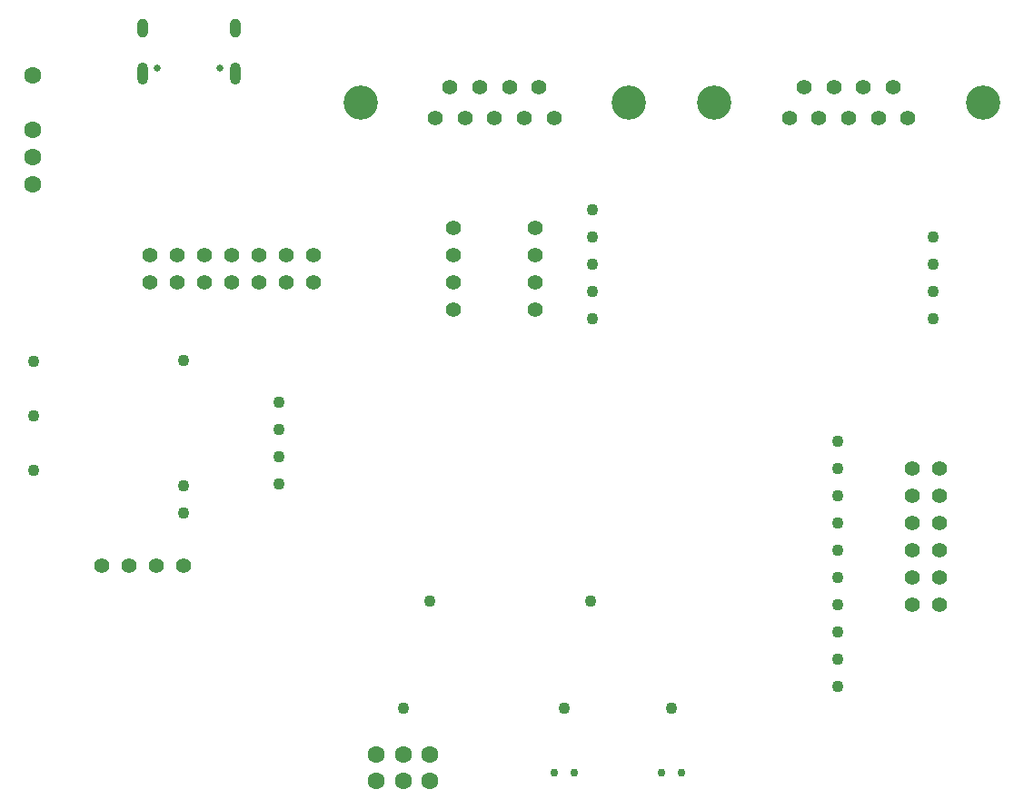
<source format=gbs>
G04 #@! TF.GenerationSoftware,KiCad,Pcbnew,7.0.6*
G04 #@! TF.CreationDate,2023-12-17T19:57:47+09:00*
G04 #@! TF.ProjectId,EB-RH850F1KMS1,45422d52-4838-4353-9046-314b4d53312e,V1.0*
G04 #@! TF.SameCoordinates,Original*
G04 #@! TF.FileFunction,Soldermask,Bot*
G04 #@! TF.FilePolarity,Negative*
%FSLAX46Y46*%
G04 Gerber Fmt 4.6, Leading zero omitted, Abs format (unit mm)*
G04 Created by KiCad (PCBNEW 7.0.6) date 2023-12-17 19:57:47*
%MOMM*%
%LPD*%
G01*
G04 APERTURE LIST*
%ADD10C,1.100000*%
%ADD11C,0.750000*%
%ADD12C,1.600000*%
%ADD13C,3.200000*%
%ADD14C,1.400000*%
%ADD15O,1.000000X1.800000*%
%ADD16C,0.650000*%
%ADD17O,1.000000X2.100000*%
G04 APERTURE END LIST*
D10*
X-30480000Y-5240000D03*
X30480000Y-21430000D03*
X39370000Y10320000D03*
X30480000Y-8730000D03*
D11*
X15900000Y-32000000D03*
X14100000Y-32000000D03*
D12*
X-12500000Y-32775000D03*
X-10000000Y-32775000D03*
X-7500000Y-32775000D03*
X-12500000Y-30275000D03*
X-10000000Y-30275000D03*
X-7500000Y-30275000D03*
D10*
X39370000Y17940000D03*
X-44450000Y-3810000D03*
X7500000Y-16000000D03*
X30480000Y-23970000D03*
X-21590000Y-5080000D03*
D13*
X11010000Y30489669D03*
X-13990000Y30489669D03*
D14*
X4050000Y29069669D03*
X1280000Y29069669D03*
X-1490000Y29069669D03*
X-4260000Y29069669D03*
X-7030000Y29069669D03*
X2665000Y31909669D03*
X-105000Y31909669D03*
X-2875000Y31909669D03*
X-5645000Y31909669D03*
D10*
X-7500000Y-16000000D03*
X-44450000Y6350000D03*
X-21590000Y-2540000D03*
D14*
X-38100000Y-12655000D03*
X-35560000Y-12655000D03*
X-33020000Y-12655000D03*
X-30480000Y-12655000D03*
X37400000Y-3650000D03*
X39940000Y-3650000D03*
X37400000Y-6190000D03*
X39940000Y-6190000D03*
X37400000Y-8730000D03*
X39940000Y-8730000D03*
X37400000Y-11270000D03*
X39940000Y-11270000D03*
X37400000Y-13810000D03*
X39940000Y-13810000D03*
X37400000Y-16350000D03*
X39940000Y-16350000D03*
D10*
X15000000Y-26000000D03*
X30480000Y-6190000D03*
X-21590000Y0D03*
X39370000Y15400000D03*
D15*
X-25680000Y37425000D03*
D16*
X-27110000Y33745000D03*
X-32890000Y33745000D03*
D17*
X-34320000Y33245000D03*
D15*
X-34320000Y37425000D03*
D17*
X-25680000Y33245000D03*
D10*
X-44450000Y1270000D03*
X7620000Y20480000D03*
X30480000Y-3650000D03*
X30480000Y-11270000D03*
X-10000000Y-26000000D03*
X7620000Y12860000D03*
X-21590000Y2540000D03*
D13*
X44010000Y30489669D03*
X19010000Y30489669D03*
D14*
X37050000Y29069669D03*
X34280000Y29069669D03*
X31510000Y29069669D03*
X28740000Y29069669D03*
X25970000Y29069669D03*
X35665000Y31909669D03*
X32895000Y31909669D03*
X30125000Y31909669D03*
X27355000Y31909669D03*
D10*
X30480000Y-1110000D03*
X30480000Y-13810000D03*
X-30480000Y6420000D03*
X30480000Y-16350000D03*
X39370000Y12860000D03*
D11*
X5900000Y-32000000D03*
X4100000Y-32000000D03*
D10*
X5000000Y-26000000D03*
X7620000Y17940000D03*
X-30480000Y-7780000D03*
X7620000Y10320000D03*
D12*
X-44500000Y33000000D03*
X-44500000Y27920000D03*
X-44500000Y25380000D03*
X-44500000Y22840000D03*
D14*
X-33620000Y13730000D03*
X-33620000Y16270000D03*
X-31080000Y13730000D03*
X-31080000Y16270000D03*
X-28540000Y13730000D03*
X-28540000Y16270000D03*
X-26000000Y13730000D03*
X-26000000Y16270000D03*
X-23460000Y13730000D03*
X-23460000Y16270000D03*
X-20920000Y13730000D03*
X-20920000Y16270000D03*
X-18380000Y13730000D03*
X-18380000Y16270000D03*
D10*
X30480000Y-18890000D03*
D14*
X-5300000Y18800000D03*
X-5300000Y16260000D03*
X-5300000Y13720000D03*
X-5300000Y11180000D03*
X2320000Y11180000D03*
X2320000Y13720000D03*
X2320000Y16260000D03*
X2320000Y18800000D03*
D10*
X7620000Y15400000D03*
M02*

</source>
